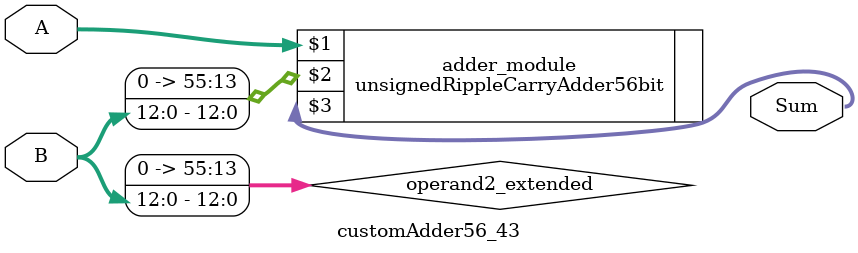
<source format=v>
module customAdder56_43(
                        input [55 : 0] A,
                        input [12 : 0] B,
                        
                        output [56 : 0] Sum
                );

        wire [55 : 0] operand2_extended;
        
        assign operand2_extended =  {43'b0, B};
        
        unsignedRippleCarryAdder56bit adder_module(
            A,
            operand2_extended,
            Sum
        );
        
        endmodule
        
</source>
